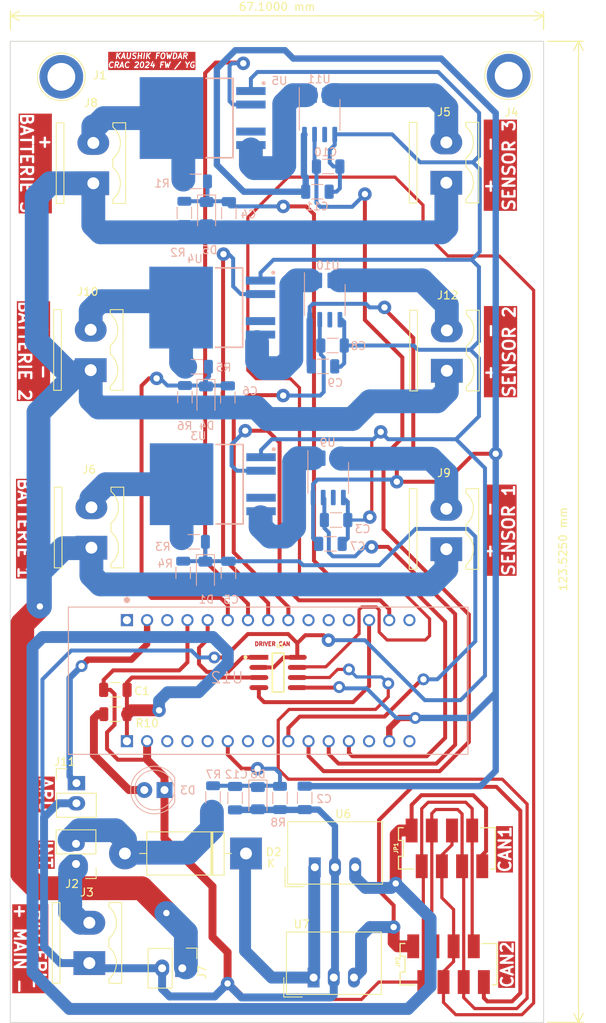
<source format=kicad_pcb>
(kicad_pcb (version 20221018) (generator pcbnew)
  (layers (0 "F.Cu" signal) (31 "B.Cu" signal) (34 "B.Paste" user) (35 "F.Paste" user) (36 "B.SilkS" user "B.Silkscreen") (37 "F.SilkS" user "F.Silkscreen") (38 "B.Mask" user) (39 "F.Mask" user) (44 "Edge.Cuts" user))
  (net 0 "")
  (net 1 "+5V")
  (net 2 "GND")
  (net 3 "Cap_courant1")
  (net 4 "VBat_3")
  (net 5 "VBat_1")
  (net 6 "VBat_2")
  (net 7 "+3.3V")
  (net 8 "Cap_courant2")
  (net 9 "Cap_courant3")
  (net 10 "Net-(D2-K)")
  (net 11 "Net-(D3-A)")
  (net 12 "GNDPWR")
  (net 15 "txd")
  (net 16 "rxd")
  (net 17 "Net-(J5-Pin_2)")
  (net 18 "Entrée_µBat1")
  (net 19 "Net-(D2-A)")
  (net 20 "Entrée_µBat2")
  (net 21 "+BAT_ELEC")
  (net 22 "Net-(J6-Pin_2)")
  (net 23 "Entrée_µBat3")
  (net 24 "ARU")
  (net 25 "Net-(J9-Pin_2)")
  (net 26 "Net-(J10-Pin_2)")
  (net 27 "Net-(J12-Pin_2)")
  (net 28 "Net-(U3-OUT)")
  (net 29 "VBat_main")
  (net 30 "Net-(U4-OUT)")
  (net 31 "Net-(U5-OUT)")
  (net 36 "/+5V_CAN2")
  (net 46 "Net-(J8-Pin_2)")
  (net 53 "CAN_L")
  (net 54 "CAN_H")
  (footprint "FootprintGamelGe2_v6:Autocom2" (layer "F.Cu") (at 121.15 124.1185)
    (fp_text reference "J11")
    (fp_text value "Autocom2")
  )
  (footprint "Converter_DCDC:Converter_DCDC_TRACO_TSR-1_THT" (layer "F.Cu") (at 151.1534 134.7131)
    (fp_text reference "U6")
    (fp_text value "TSR_1-2450")
  )
  (footprint "FootprintGamelGe2_v6:OmnimateSL-5,08_1x02_P5.08mm_Vertical" (layer "F.Cu") (at 123.035 94.4775 90)
    (fp_text reference "J6")
    (fp_text value "Omnimate2")
  )
  (footprint "FootprintGamelGe2_v6:OmnimateSL-5,08_1x02_P5.08mm_Vertical" (layer "F.Cu") (at 122.775 146.775 90)
    (fp_text reference "J3")
    (fp_text value "Omnimate2")
  )
  (footprint "FootprintGamelGe2_v6:OmnimateSL-5,08_1x02_P5.08mm_Vertical" (layer "F.Cu") (at 122.9474 72.1258 90)
    (fp_text reference "J10")
    (fp_text value "Omnimate2")
  )
  (footprint "FootprintGamelGe2_v6:OmnimateSL-5,08_1x02_P5.08mm_Vertical" (layer "F.Cu") (at 167.7084 48.5381 90)
    (fp_text reference "J5")
    (fp_text value "Omnimate2")
  )
  (footprint "micromatch 8P.PcbLib:MM 8 CMS F" (layer "F.Cu") (at 163.5434 144.6631 180)
    (fp_text reference "JP2")
    (fp_text value "Micromatch 8 Capt 2" hide)
  )
  (footprint "FootprintGamelGe2_v6:OmnimateSL-5,08_1x02_P5.08mm_Vertical" (layer "F.Cu") (at 123.275 48.60065 90)
    (fp_text reference "J8")
    (fp_text value "Omnimate2")
  )
  (footprint "FootprintGamelGe2_v6:Autocom2" (layer "F.Cu") (at 134.4746 147.4253 -90)
    (fp_text reference "J7")
    (fp_text value "Autocom2")
  )
  (footprint "C:_ProgramData_Altium_Altium Designer {91CCA5E7-F8A9-4A8E-AA86-1D88F44FA42C}_VaultsFileCache_B7D15EC3-160A-466F-A46C-7801FE6295A7_FB88017A-93AF-48E0-A4ED-AC0901C9B691_Released_FP-C04-057-SN-IPC_A.PcbLib_FP-C04-057-SN-IPC_A" (layer "F.Cu") (at 146.5334 110.1881)
    (fp_text reference "U1")
    (fp_text value "MCP2562FDT-E/SN" hide)
  )
  (footprint "Resistor_SMD:R_1206_3216Metric" (layer "F.Cu") (at 126.06 115.4375 180)
    (fp_text reference "R10")
    (fp_text value "680")
  )
  (footprint "micromatch 8P.PcbLib:MM 8 CMS F" (layer "F.Cu") (at 163.340199 130.0835 180)
    (fp_text reference "JP1")
    (fp_text value "Micromatch 8 Capt 1" hide)
  )
  (footprint "Converter_DCDC:Converter_DCDC_TRACO_TSR-1_THT" (layer "F.Cu") (at 151.0009 148.5956)
    (fp_text reference "U7")
    (fp_text value "TSR_1-2450")
  )
  (footprint "Capacitor_SMD:C_1206_3216Metric" (layer "F.Cu") (at 126.05 112.375 180)
    (fp_text reference "C1")
    (fp_text value "100nF")
  )
  (footprint "FootprintGamelGe2_v6:Mounting_Screw_3mm" (layer "F.Cu") (at 175.55 35.05)
    (fp_text reference "J4")
    (fp_text value "Mounting_Screw_3mm")
  )
  (footprint "FootprintGamelGe2_v6:OmnimateSL-5,08_1x02_P5.08mm_Vertical" (layer "F.Cu") (at 167.7724 72.2008 90)
    (fp_text reference "J12")
    (fp_text value "Omnimate2")
  )
  (footprint "FootprintGamelGe2_v6:Mounting_Screw_3mm" (layer "F.Cu") (at 119.25 35.2)
    (fp_text reference "J1")
    (fp_text value "Mounting_Screw_3mm")
  )
  (footprint "FootprintGamelGe2_v6:OmnimateSL-5,08_1x02_P5.08mm_Vertical" (layer "F.Cu") (at 167.71 94.6625 90)
    (fp_text reference "J9")
    (fp_text value "Omnimate2")
  )
  (footprint "FootprintGamelGe2_v6:Autocom2" (layer "F.Cu") (at 121.1 134.3 180)
    (fp_text reference "J2")
    (fp_text value "Autocom2")
  )
  (footprint "FootprintGamelGe2_v6:D_DO-201AD_P15.24mm_Horizontal" (layer "F.Cu") (at 142.495 132.975 180)
    (fp_text reference "D2")
    (fp_text value "UF304")
  )
  (footprint "Capacitor_SMD:C_1206_3216Metric" (layer "B.Cu") (at 140.285 97.6625 -90)
    (fp_text reference "C5")
    (fp_text value "100n")
  )
  (footprint "Capacitor_SMD:C_1206_3216Metric" (layer "B.Cu") (at 149.8834 125.9777 -90)
    (fp_text reference "C2")
    (fp_text value "100nF")
  )
  (footprint "Capacitor_SMD:C_1206_3216Metric" (layer "B.Cu") (at 153.3868 69.0252)
    (fp_text reference "C8")
    (fp_text value "0.1µ")
  )
  (footprint "Capacitor_SMD:C_1206_3216Metric" (layer "B.Cu") (at 152.8334 46.4881)
    (fp_text reference "C10")
    (fp_text value "0.1µ")
  )
  (footprint "Capacitor_SMD:C_1206_3216Metric" (layer "B.Cu") (at 140.2024 75.5758 -90)
    (fp_text reference "C6")
    (fp_text value "100n")
  )
  (footprint "Resistor_SMD:R_1206_3216Metric" (layer "B.Cu") (at 134.7334 52.3256 -90)
    (fp_text reference "R2")
    (fp_text value "10K")
  )
  (footprint "FootprintGamelGe2_v6:LED_D5.0mm_green" (layer "B.Cu") (at 132.2334 124.9881 180)
    (fp_text reference "D3")
    (fp_text value "LED5mm_green")
  )
  (footprint "BTS441RG:TO170P1500X450-6_5N" (layer "B.Cu") (at 138.1084 40.3881 180)
    (fp_text reference "U5")
    (fp_text value "BTS441RG")
  )
  (footprint "Resistor_SMD:R_1206_3216Metric" (layer "B.Cu") (at 136.3024 71.7008)
    (fp_text reference "R5")
    (fp_text value "100K")
  )
  (footprint "Capacitor_SMD:C_1206_3216Metric" (layer "B.Cu") (at 140.3334 52.3881 -90)
    (fp_text reference "C4")
    (fp_text value "100n")
  )
  (footprint "Capacitor_SMD:C_1206_3216Metric" (layer "B.Cu") (at 153.1214 93.9949)
    (fp_text reference "C7")
    (fp_text value "0.1µ")
  )
  (footprint "Package_SO:SOIC-8_3.9x4.9mm_P1.27mm" (layer "B.Cu") (at 152.4118 63.3002 -90)
    (fp_text reference "U10")
    (fp_text value "ACS711xLCTR-25AB")
  )
  (footprint "BTS441RG:TO170P1500X450-6_5N" (layer "B.Cu") (at 139.385 86.4875 180)
    (fp_text reference "U3")
    (fp_text value "BTS441RG")
  )
  (footprint "Resistor_SMD:R_1206_3216Metric" (layer "B.Cu") (at 134.585 97.6375 -90)
    (fp_text reference "R4")
    (fp_text value "10K")
  )
  (footprint "Diode_SMD:D_1206_3216Metric" (layer "B.Cu") (at 137.4524 75.5758 -90)
    (fp_text reference "D4")
    (fp_text value "1N4004")
  )
  (footprint "Capacitor_SMD:C_1206_3216Metric" (layer "B.Cu") (at 153.8326 90.9977)
    (fp_text reference "C3")
    (fp_text value "0.1µ")
  )
  (footprint "NUCLEO-F303K8:MODULE_NUCLEO-F303K8" (layer "B.Cu") (at 145.285 111.22 -90)
    (fp_text reference "U12")
    (fp_text value "NUCLEO-F303K8")
  )
  (footprint "Resistor_SMD:R_1206_3216Metric" (layer "B.Cu") (at 138.3448 125.9125 90)
    (fp_text reference "R7")
    (fp_text value "100K")
  )
  (footprint "Resistor_SMD:R_1206_3216Metric" (layer "B.Cu") (at 135.9225 93.7375)
    (fp_text reference "R3")
    (fp_text value "100K")
  )
  (footprint "Resistor_SMD:R_1206_3216Metric" (layer "B.Cu") (at 146.7698 125.9875 -90)
    (fp_text reference "R8")
    (fp_text value "10K")
  )
  (footprint "Diode_SMD:D_1206_3216Metric" (layer "B.Cu") (at 137.385 97.6375 -90)
    (fp_text reference "D1")
    (fp_text value "1N4004")
  )
  (footprint "Resistor_SMD:R_1206_3216Metric" (layer "B.Cu") (at 136.1834 48.3631)
    (fp_text reference "R1")
    (fp_text value "100K")
  )
  (footprint "Capacitor_SMD:C_1206_3216Metric" (layer "B.Cu") (at 152.1868 71.6502)
    (fp_text reference "C9")
    (fp_text value "0.1µ")
  )
  (footprint "Diode_SMD:D_1206_3216Metric" (layer "B.Cu") (at 137.5334 52.3631 -90)
    (fp_text reference "D5")
    (fp_text value "1N4004")
  )
  (footprint "Capacitor_SMD:C_1206_3216Metric" (layer "B.Cu") (at 141.1198 126.0125 -90)
    (fp_text reference "C12")
    (fp_text value "10µF")
  )
  (footprint "Resistor_SMD:R_1206_3216Metric" (layer "B.Cu") (at 134.8024 75.5258 -90)
    (fp_text reference "R6")
    (fp_text value "10K")
  )
  (footprint "Package_SO:SOIC-8_3.9x4.9mm_P1.27mm" (layer "B.Cu") (at 151.7584 39.9881 -90)
    (fp_text reference "U11")
    (fp_text value "ACS711xLCTR-25AB")
  )
  (footprint "Package_SO:SOIC-8_3.9x4.9mm_P1.27mm" (layer "B.Cu") (at 152.842 85.6875 -90)
    (fp_text reference "U9")
    (fp_text value "ACS711xLCTR-25AB")
  )
  (footprint "Capacitor_SMD:C_1206_3216Metric" (layer "B.Cu") (at 151.4834 49.6631)
    (fp_text reference "C11")
    (fp_text value "0.1µ")
  )
  (footprint "Diode_SMD:D_1206_3216Metric" (layer "B.Cu") (at 143.9948 126.0125 -90)
    (fp_text reference "D6")
    (fp_text value "1N4004")
  )
  (footprint "BTS441RG:TO170P1500X450-6_5N" (layer "B.Cu") (at 139.3224 64.2508 180)
    (fp_text reference "U4")
    (fp_text value "BTS441RG")
  )
  (gr_rect (start 112.825 30.725) (end 179.95 154.25) (stroke (width 0.1)) (fill none) (layer "Edge.Cuts"))
  (gr_text "CAN2" (at 175.375 146.975 90) (layer "F.Cu" knockout) (effects (font (size 1.5 1.5) (thickness 0.3))))
  (gr_text "+   -\nSENSOR 1" (at 174.35 92.275 90) (layer "F.Cu" knockout) (effects (font (size 1.5 1.5) (thickness 0.3))))
  (gr_text "BATTERIE\n+ MAIN -" (at 115.275 144.975 270) (layer "F.Cu" knockout) (effects (font (size 1.5 1.5) (thickness 0.3))))
  (gr_text "+   -\nBATTERIE 2" (at 115.85 69.7 270) (layer "F.Cu" knockout) (effects (font (size 1.5 1.5) (thickness 0.3))))
  (gr_text "INT" (at 117.275 133.025 270) (layer "F.Cu" knockout) (effects (font (size 1.5 1.5) (thickness 0.3))))
  (gr_text "+   -\nBATTERIE 1" (at 115.75 92.05 270) (layer "F.Cu" knockout) (effects (font (size 1.5 1.5) (thickness 0.3))))
  (gr_text "ARU" (at 117.3 125.65 270) (layer "F.Cu" knockout) (effects (font (size 1.5 1.5) (thickness 0.3))))
  (gr_text "+   -\nSENSOR 3" (at 174.4 46.325 90) (layer "F.Cu" knockout) (effects (font (size 1.5 1.5) (thickness 0.3))))
  (gr_text "CAN1" (at 175.1 132.45 90) (layer "F.Cu" knockout) (effects (font (size 1.5 1.5) (thickness 0.3))))
  (gr_text "KAUSHIK FOWDAR\nCRAC 2024 FW / YG" (at 130.6 33.15) (layer "F.Cu" knockout) (effects (font (size 0.7 0.7) (thickness 0.15) bold italic)))
  (gr_text "DRIVER CAN" (at 145.825 106.6) (layer "F.Cu") (effects (font (size 0.5 0.5) (thickness 0.125))))
  (gr_text "+   -\nSENSOR 2" (at 174.425 69.8 90) (layer "F.Cu" knockout) (effects (font (size 1.5 1.5) (thickness 0.3))))
  (gr_text "+   -\nBATTERIE 3" (at 116.075 46.075 270) (layer "F.Cu" knockout) (effects (font (size 1.5 1.5) (thickness 0.3))))
  (dimension (type aligned) (layer "F.SilkS") (pts (xy 179.95 30.725) (xy 179.95 154.25)) (height -4.4) (gr_text "123,5250 mm" (at 182.4 94.65 90) (layer "F.SilkS") (effects (font (size 1 1) (thickness 0.15)))) (format (prefix "") (suffix "") (units 3) (units_format 1) (precision 4)) (style (thickness 0.15) (arrow_length 1.27) (text_position_mode 2) (extension_height 0.58642) (extension_offset 0.5) keep_text_aligned))
  (dimension (type aligned) (layer "F.SilkS") (pts (xy 112.85 29.725) (xy 179.95 29.725)) (height -2.2) (gr_text "67,1000 mm" (at 146.4 26.375) (layer "F.SilkS") (effects (font (size 1 1) (thickness 0.15)))) (format (prefix "") (suffix "") (units 3) (units_format 1) (precision 4)) (style (thickness 0.15) (arrow_length 1.27) (text_position_mode 0) (extension_height 0.58642) (extension_offset 0.5) keep_text_aligned))
  (segment (start 171.095599 125.6381) (end 164.5666 125.6381) (width 0.5) (layer "F.Cu") (net 1))
  (segment (start 161.337199 130.602701) (end 161.8564 130.0835) (width 1.5) (layer "F.Cu") (net 1))
  (segment (start 127.505 111.445) (end 128.1269 110.8231) (width 0.5) (layer "F.Cu") (net 1))
  (segment (start 128.1269 110.8231) (end 144.115868 110.8231) (width 0.5) (layer "F.Cu") (net 1))
  (segment (start 163.340199 126.864501) (end 163.340199 130.0835) (width 0.5) (layer "F.Cu") (net 1))
  (segment (start 172.230199 134.583501) (end 172.230199 133.174501) (width 0.5) (layer "F.Cu") (net 1))
  (segment (start 161.337199 136.753101) (end 161.337199 130.602701) (width 1.5) (layer "F.Cu") (net 1))
  (segment (start 161.8564 130.0835) (end 163.340199 130.0835) (width 1.5) (layer "F.Cu") (net 1))
  (segment (start 172.230199 133.174501) (end 172.7084 132.6963) (width 0.5) (layer "F.Cu") (net 1))
  (segment (start 164.5666 125.6381) (end 163.340199 126.864501) (width 0.5) (layer "F.Cu") (net 1))
  (segment (start 128.01 114.95) (end 127.5225 115.4375) (width 1.5) (layer "F.Cu") (net 1))
  (segment (start 127.505 118.84) (end 127.505 111.445) (width 0.5) (layer "F.Cu") (net 1))
  (segment (start 131.55 114.95) (end 128.01 114.95) (width 1.5) (layer "F.Cu") (net 1))
  (segment (start 172.7084 127.250901) (end 171.095599 125.6381) (width 0.5) (layer "F.Cu") (net 1))
  (segment (start 127.5725 115.3875) (end 127.5225 115.4375) (width 0.5) (layer "F.Cu") (net 1))
  (segment (start 172.7084 132.6963) (end 172.7084 127.250901) (width 0.5) (layer "F.Cu") (net 1))
  (via (at 131.55 114.95) (size 1.7) (drill 0.8) (layers "F.Cu" "B.Cu") (net 1))
  (via (at 161.337199 136.753101) (size 1.7) (drill 0.8) (layers "F.Cu" "B.Cu") (net 1))
  (segment (start 140.2 107.595836) (end 140.2 109.004164) (width 1.5) (layer "B.Cu") (net 1))
  (segment (start 132.625 112.675) (end 131.55 113.75) (width 1.5) (layer "B.Cu") (net 1))
  (segment (start 156.2334 136.021702) (end 156.2334 134.7131) (width 1.5) (layer "B.Cu") (net 1))
  (segment (start 165.725 141.140902) (end 165.725 149.725) (width 1.5) (layer "B.Cu") (net 1))
  (segment (start 162.9 152.55) (end 120.25 152.55) (width 1.5) (layer "B.Cu") (net 1))
  (segment (start 165.725 149.725) (end 162.9 152.55) (width 1.5) (layer "B.Cu") (net 1))
  (segment (start 120.25 152.55) (end 115.6246 147.9246) (width 1.5) (layer "B.Cu") (net 1))
  (segment (start 140.2 109.004164) (end 136.529164 112.675) (width 1.5) (layer "B.Cu") (net 1))
  (segment (start 160.778399 137.311901) (end 157.523599 137.311901) (width 1.5) (layer "B.Cu") (net 1))
  (segment (start 157.523599 137.311901) (end 156.2334 136.021702) (width 1.5) (layer "B.Cu") (net 1))
  (segment (start 116.9 105.725) (end 138.329164 105.725) (width 1.5) (layer "B.Cu") (net 1))
  (segment (start 131.55 113.75) (end 131.55 114.95) (width 1.5) (layer "B.Cu") (net 1))
  (segment (start 161.337199 136.753101) (end 165.725 141.140902) (width 1.5) (layer "B.Cu") (net 1))
  (segment (start 136.529164 112.675) (end 132.625 112.675) (width 1.5) (layer "B.Cu") (net 1))
  (segment (start 138.329164 105.725) (end 140.2 107.595836) (width 1.5) (layer "B.Cu") (net 1))
  (segment (start 115.6246 107.0004) (end 116.9 105.725) (width 1.5) (layer "B.Cu") (net 1))
  (segment (start 115.6246 147.9246) (end 115.6246 107.0004) (width 1.5) (layer "B.Cu") (net 1))
  (segment (start 161.337199 136.753101) (end 160.778399 137.311901) (width 1.5) (layer "B.Cu") (net 1))
  (segment (start 130.045 121.17) (end 130.045 118.84) (width 1) (layer "F.Cu") (net 2))
  (segment (start 124.575 112.375) (end 125.425 112.375) (width 0.5) (layer "F.Cu") (net 2))
  (segment (start 138.275 143.5) (end 140.175 145.4) (width 1) (layer "F.Cu") (net 2))
  (segment (start 164.610199 127.339801) (end 165.425 126.525) (width 0.4) (layer "F.Cu") (net 2))
  (segment (start 164.8134 149.163101) (end 159.211899 149.163101) (width 0.4) (layer "F.Cu") (net 2))
  (segment (start 132.2334 124.9881) (end 132.2334 123.3584) (width 1) (layer "F.Cu") (net 2))
  (segment (start 125 119.8) (end 126.37 121.17) (width 0.5) (layer "F.Cu") (net 2))
  (segment (start 134.1 109.925) (end 135.125 108.9) (width 0.5) (layer "F.Cu") (net 2))
  (segment (start 125.95 116.775) (end 125 117.725) (width 0.5) (layer "F.Cu") (net 2))
  (segment (start 124.575 111.125) (end 125.775 109.925) (width 0.5) (layer "F.Cu") (net 2))
  (segment (start 165.425 126.525) (end 170.15 126.525) (width 0.4) (layer "F.Cu") (net 2))
  (segment (start 139.775 108.3) (end 142.725 105.35) (width 0.5) (layer "F.Cu") (net 2))
  (segment (start 132.2334 124.9881) (end 132.2334 131.0834) (width 1) (layer "F.Cu") (net 2))
  (segment (start 138.5 108.3) (end 139.775 108.3) (width 0.5) (layer "F.Cu") (net 2))
  (segment (start 147.8 105.35) (end 148.950931 106.500931) (width 0.5) (layer "F.Cu") (net 2))
  (segment (start 158.075 90.625) (end 158.325 90.375) (width 0.4) (layer "F.Cu") (net 2))
  (segment (start 170.15 126.525) (end 170.960199 127.335199) (width 0.4) (layer "F.Cu") (net 2))
  (segment (start 164.8134 149.163101) (end 164.8134 134.786702) (width 0.4) (layer "F.Cu") (net 2))
  (segment (start 132.2334 123.3584) (end 130.045 121.17) (width 1) (layer "F.Cu") (net 2))
  (segment (start 132.2334 131.0834) (end 138.275 137.125) (width 1) (layer "F.Cu") (net 2))
  (segment (start 159.211899 149.163101) (end 157.025 151.35) (width 0.4) (layer "F.Cu") (net 2))
  (segment (start 152.875 106.125) (end 152.25 105.5) (width 0.5) (layer "F.Cu") (net 2))
  (segment (start 145.9684 109.5531) (end 147.2384 108.2831) (width 0.5) (layer "F.Cu") (net 2))
  (segment (start 125.95 112.9) (end 125.95 116.775) (width 0.5) (layer "F.Cu") (net 2))
  (segment (start 170.960199 127.335199) (end 170.960199 130.0835) (width 0.4) (layer "F.Cu") (net 2))
  (segment (start 148.950931 106.500931) (end 148.950931 108.2831) (width 0.5) (layer "F.Cu") (net 2))
  (segment (start 142.625 151.35) (end 140.625 149.35) (width 0.4) (layer "F.Cu") (net 2))
  (segment (start 144.115868 109.5531) (end 145.9684 109.5531) (width 0.5) (layer "F.Cu") (net 2))
  (segment (start 126.37 121.17) (end 130.045 121.17) (width 0.5) (layer "F.Cu") (net 2))
  (segment (start 170.960199 144.459899) (end 171.1634 144.6631) (width 0.4) (layer "F.Cu") (net 2))
  (segment (start 147.2384 108.2831) (end 148.950931 108.2831) (width 0.5) (layer "F.Cu") (net 2))
  (segment (start 157.025 151.35) (end 142.625 151.35) (width 0.4) (layer "F.Cu") (net 2))
  (segment (start 125 117.725) (end 125 119.8) (width 0.5) (layer "F.Cu") (net 2))
  (segment (start 138.275 137.125) (end 138.275 143.5) (width 1) (layer "F.Cu") (net 2))
  (segment (start 170.960199 130.0835) (end 170.960199 144.459899) (width 0.4) (layer "F.Cu") (net 2))
  (segment (start 142.725 105.35) (end 147.8 105.35) (width 0.5) (layer "F.Cu") (net 2))
  (segment (start 125.775 109.925) (end 134.1 109.925) (width 0.5) (layer "F.Cu") (net 2))
  (segment (start 164.8134 134.786702) (end 164.610199 134.583501) (width 0.4) (layer "F.Cu") (net 2))
  (segment (start 152.25 105.5) (end 149.951862 105.5) (width 0.5) (layer "F.Cu") (net 2))
  (segment (start 158.325 90.375) (end 158.325 81.025) (width 0.4) (layer "F.Cu") (net 2))
  (segment (start 140.175 145.4) (end 140.175 149.35) (width 1) (layer "F.Cu") (net 2))
  (segment (start 164.610199 134.583501) (end 164.610199 127.339801) (width 0.4) (layer "F.Cu") (net 2))
  (segment (start 158.325 81.025) (end 159.45 79.9) (width 0.4) (layer "F.Cu") (net 2))
  (segment (start 140.625 149.35) (end 140.175 149.35) (width 0.4) (layer "F.Cu") (net 2))
  (segment (start 124.575 112.375) (end 124.575 111.125) (width 0.5) (layer "F.Cu") (net 2))
  (segment (start 125.425 112.375) (end 125.95 112.9) (width 0.5) (layer "F.Cu") (net 2))
  (segment (start 149.951862 105.5) (end 148.950931 106.500931) (width 0.5) (layer "F.Cu") (net 2))
  (segment (start 135.125 108.9) (end 135.125 103.6) (width 0.5) (layer "F.Cu") (net 2))
  (via (at 158.075 90.625) (size 1.7) (drill 0.8) (layers "F.Cu" "B.Cu") (net 2))
  (via (at 159.45 79.9) (size 1.7) (drill 0.8) (layers "F.Cu" "B.Cu") (net 2))
  (via (at 140.175 149.35) (size 1.7) (drill 0.8) (layers "F.Cu" "B.Cu") (net 2))
  (via (at 152.875 106.125) (size 1.7) (drill 0.8) (layers "F.Cu" "B.Cu") (net 2))
  (via (at 138.5 108.3) (size 1.5) (drill 0.8) (layers "F.Cu" "B.Cu") (net 2))
  (segment (start 164.4084 45.9631) (end 171.0584 45.9631) (width 0.5) (layer "B.Cu") (net 2))
  (segment (start 154.8618 71.2502) (end 154.4118 71.7002) (width 0.5) (layer "B.Cu") (net 2))
  (segment (start 168.9329 80.825) (end 171.8158 77.9421) (width 0.5) (layer "B.Cu") (net 2))
  (segment (start 160.375 80.825) (end 168.9329 80.825) (width 0.5) (layer "B.Cu") (net 2))
  (segment (start 160.8834 42.4381) (end 164.4084 45.9631) (width 0.5) (layer "B.Cu") (net 2))
  (segment (start 154.3932 93.6901) (end 154.3932 93.7917) (width 0.5) (layer "B.Cu") (net 2))
  (segment (start 123.1903 146.775) (end 123.8406 147.4253) (width 1) (layer "B.Cu") (net 2))
  (segment (start 149.8834 127.4527) (end 151.6277 127.4527) (width 0.8) (layer "B.Cu") (net 2))
  (segment (start 172.575 84.4671) (end 172.575 110.6) (width 0.5) (layer "B.Cu") (net 2))
  (segment (start 153.5084 46.4881) (end 154.3084 46.4881) (width 0.5) (layer "B.Cu") (net 2))
  (segment (start 157.7023 90.9977) (end 155.3076 90.9977) (width 0.4) (layer "B.Cu") (net 2))
  (segment (start 145.9586 58.2317) (end 144.3224 59.8679) (width 0.5) (layer "B.Cu") (net 2))
  (segment (start 171.8158 77.9421) (end 171.8158 70.6269) (width 0.5) (layer "B.Cu") (net 2))
  (segment (start 155.3076 88.7231) (end 154.747 88.1625) (width 0.5) (layer "B.Cu") (net 2))
  (segment (start 170.9014 58.2317) (end 171.9174 57.2157) (width 0.5) (layer "B.Cu") (net 2))
  (segment (start 153.5409 150.7841) (end 153.5409 148.5956) (width 1) (layer "B.Cu") (net 2))
  (segment (start 172.575 110.6) (end 169.5 113.675) (width 0.5) (layer "B.Cu") (net 2))
  (segment (start 168.5646 58.2317) (end 145.9586 58.2317) (width 0.5) (layer "B.Cu") (net 2))
  (segment (start 154.8618 66.051) (end 154.8618 71.2502) (width 0.5) (layer "B.Cu") (net 2))
  (segment (start 153.5409 148.5956) (end 153.6934 148.4431) (width 1) (layer "B.Cu") (net 2))
  (segment (start 151.6277 127.4527) (end 153.6934 129.5184) (width 0.8) (layer "B.Cu") (net 2))
  (segment (start 170.749 69.5601) (end 171.8158 68.4933) (width 0.5) (layer "B.Cu") (net 2))
  (segment (start 140.175 149.35) (end 141.925 151.1) (width 1) (layer "B.Cu") (net 2))
  (segment (start 168.9329 80.825) (end 172.575 84.4671) (width 0.5) (layer "B.Cu") (net 2))
  (segment (start 153.6634 42.4631) (end 153.6634 43.7705) (width 0.5) (layer "B.Cu") (net 2))
  (segment (start 153.6934 129.5184) (end 153.6934 134.7131) (width 0.8) (layer "B.Cu") (net 2))
  (segment (start 117.0746 144.7253) (end 119.1243 146.775) (width 1) (layer "B.Cu") (net 2))
  (segment (start 116.875 111.05) (end 116.875 128.4754) (width 0.5) (layer "B.Cu") (net 2))
  (segment (start 154.586 65.7752) (end 154.8618 66.051) (width 0.5) (layer "B.Cu") (net 2))
  (segment (start 143.9334 34.5881) (end 143.1084 35.4131) (width 0.5) (layer "B.Cu") (net 2))
  (segment (start 138.55 150.975) (end 140.175 149.35) (width 1) (layer "B.Cu") (net 2))
  (segment (start 154.5964 93.9949) (end 155.3076 93.2837) (width 0.5) (layer "B.Cu") (net 2))
  (segment (start 171.8334 45.1881) (end 171.8334 39.7334) (width 0.5) (layer "B.Cu") (net 2))
  (segment (start 171.9174 57.2157) (end 171.9174 46.8221) (width 0.5) (layer "B.Cu") (net 2))
  (segment (start 121.15 126.6585) (end 118.8414 126.6585) (width 1) (layer "B.Cu") (net 2))
  (segment (start 168.5646 58.2317) (end 170.9014 58.2317) (width 0.5) (layer "B.Cu") (net 2))
  (segment (start 158.525 80.825) (end 145.75 80.825) (width 0.5) (layer "B.Cu") (net 2))
  (segment (start 171.0584 45.9631) (end 171.8334 45.1881) (width 0.5) (layer "B.Cu") (net 2))
  (segment (start 171.8334 39.7334) (end 166.6881 34.5881) (width 0.5) (layer "B.Cu") (net 2))
  (segment (start 149.8486 127.4875) (end 149.8834 127.4527) (width 0.8) (layer "B.Cu") (net 2))
  (segment (start 153.6934 148.4431) (end 153.6934 134.7131) (width 1) (layer "B.Cu") (net 2))
  (segment (start 141.1198 127.4875) (end 149.8486 127.4875) (width 0.8) (layer "B.Cu") (net 2))
  (segment (start 153.6634 42.4631) (end 153.6884 42.4381) (width 0.5) (layer "B.Cu") (net 2))
  (segment (start 135.625 107.425) (end 120.5 107.425) (width 0.5) (layer "B.Cu") (net 2))
  (segment (start 169.5 113.675) (end 165 113.675) (width 0.5) (layer "B.Cu") (net 2))
  (segment (start 145.75 80.825) (end 144.385 82.19) (width 0.5) (layer "B.Cu") (net 2))
  (segment (start 120.5 107.425) (end 116.875 111.05) (width 0.5) (layer "B.Cu") (net 2))
  (segment (start 154.3168 65.7752) (end 154.586 65.7752) (width 0.5) (layer "B.Cu") (net 2))
  (segment (start 171.8158 59.1461) (end 170.9014 58.2317) (width 0.5) (layer "B.Cu") (net 2))
  (segment (start 138.5 108.3) (end 136.5 108.3) (width 0.5) (layer "B.Cu") (net 2))
  (segment (start 118.8414 126.6585) (end 117.0746 128.4253) (width 1) (layer "B.Cu") (net 2))
  (segment (start 154.3084 49.2381) (end 154.3084 46.4881) (width 0.5) (layer "B.Cu") (net 2))
  (segment (start 141.925 151.1) (end 153.225 151.1) (width 1) (layer "B.Cu") (net 2))
  (segment (start 143.1084 35.4131) (end 143.1084 36.9881) (width 0.5) (layer "B.Cu") (net 2))
  (segment (start 123.8406 147.4253) (end 131.9346 147.4253) (width 1) (layer "B.Cu") (net 2))
  (segment (start 154.4118 71.7002) (end 153.6118 71.7002) (width 0.5) (layer "B.Cu") (net 2))
  (segment (start 171.8158 68.4933) (end 171.8158 59.1461) (width 0.5) (layer "B.Cu") (net 2))
  (segment (start 153.6634 43.7705) (end 153.0334 44.4005) (width 0.5) (layer "B.Cu") (net 2))
  (segment (start 165 113.675) (end 157.45 106.125) (width 0.5) (layer "B.Cu") (net 2))
  (segment (start 153.0334 44.4005) (end 153.0334 46.0131) (width 0.5) (layer "B.Cu") (net 2))
  (segment (start 157.45 106.125) (end 152.875 106.125) (width 0.5) (layer "B.Cu") (net 2))
  (segment (start 131.9346 147.4253) (end 131.9346 150.0346) (width 1) (layer "B.Cu") (net 2))
  (segment (start 155.3076 93.2837) (end 155.3076 88.7231) (width 0.5) (layer "B.Cu") (net 2))
  (segment (start 159.45 79.9) (end 158.525 80.825) (width 0.5) (layer "B.Cu") (net 2))
  (segment (start 154.3932 93.7917) (end 154.5964 93.9949) (width 0.5) (layer "B.Cu") (net 2))
  (segment (start 144.3224 59.8679) (end 144.3224 60.8508) (width 0.5) (layer "B.Cu") (net 2))
  (segment (start 117.0746 128.675) (end 117.0746 144.7253) (width 1) (layer "B.Cu") (net 2))
  (segment (start 132.875 150.975) (end 138.55 150.975) (width 1) (layer "B.Cu") (net 2))
  (segment (start 163.6101 69.0252) (end 164.145 69.5601) (width 0.5) (layer "B.Cu") (net 2))
  (segment (start 116.875 128.4754) (end 117.0746 128.675) (width 0.5) (layer "B.Cu") (net 2))
  (segment (start 171.9174 46.8221) (end 171.0584 45.9631) (width 0.5) (layer "B.Cu") (net 2))
  (segment (start 171.8158 70.6269) (end 170.749 69.5601) (width 0.5) (layer "B.Cu") (net 2))
  (segment (start 152.9584 49.6631) (end 153.8834 49.6631) (width 0.5) (layer "B.Cu") (net 2))
  (segment (start 119.1243 146.775) (end 123.1903 146.775) (width 1) (layer "B.Cu") (net 2))
  (segment (start 136.5 108.3) (end 135.625 107.425) (width 0.5) (layer "B.Cu") (net 2))
  (segment (start 117.0746 128.4253) (end 117.0746 128.675) (width 1) (layer "B.Cu") (net 2))
  (segment (start 164.145 69.5601) (end 170.749 69.5601) (width 0.5) (layer "B.Cu") (net 2))
  (segment (start 166.6881 34.5881) (end 143.9334 34.5881) (width 0.5) (layer "B.Cu") (net 2))
  (segment (start 154.8618 69.0252) (end 163.6101 69.0252) (width 0.5) (layer "B.Cu") (net 2))
  (segment (start 153.8834 49.6631) (end 154.3084 49.2381) (width 0.5) (layer "B.Cu") (net 2))
  (segment (start 158.075 90.625) (end 157.7023 90.9977) (width 0.4) (layer "B.Cu") (net 2))
  (segment (start 153.0334 46.0131) (end 153.5084 46.4881) (width 0.5) (layer "B.Cu") (net 2))
  (segment (start 153.225 151.1) (end 153.5409 150.7841) (width 1) (layer "B.Cu") (net 2))
  (segment (start 153.6884 42.4381) (end 160.8834 42.4381) (width 0.5) (layer "B.Cu") (net 2))
  (segment (start 131.9346 150.0346) (end 132.875 150.975) (width 1) (layer "B.Cu") (net 2))
  (segment (start 144.385 82.19) (end 144.385 83.0875) (width 0.5) (layer "B.Cu") (net 2))
  (segment (start 159.45 79.9) (end 160.375 80.825) (width 0.5) (layer "B.Cu") (net 2))
  (segment (start 154.1334 121.6631) (end 152.905 120.4347) (width 0.5) (layer "F.Cu") (net 3))
  (segment (start 158.3 94.375) (end 160.3595 94.375) (width 0.5) (layer "F.Cu") (net 3))
  (segment (start 166.4488 121.6631) (end 154.1334 121.6631) (width 0.5) (layer "F.Cu") (net 3))
  (segment (start 168.8186 102.8341) (end 168.8186 119.2933) (width 0.5) (layer "F.Cu") (net 3))
  (segment (start 152.905 120.4347) (end 152.905 118.84) (width 0.5) (layer "F.Cu") (net 3))
  (segment (start 168.8186 119.2933) (end 166.4488 121.6631) (width 0.5) (layer "F.Cu") (net 3))
  (segment (start 160.3595 94.375) (end 168.8186 102.8341) (width 0.5) (layer "F.Cu") (net 3))
  (via (at 158.3 94.375) (size 1.7) (drill 0.8) (layers "F.Cu" "B.Cu") (net 3))
  (segment (start 153.4262 95.5697) (end 152.9182 95.0617) (width 0.5) (layer "B.Cu") (net 3))
  (segment (start 152.9182 95.0617) (end 152.9182 92.5725) (width 0.5) (layer "B.Cu") (net 3))
  (segment (start 156.2303 95.5697) (end 153.4262 95.5697) (width 0.5) (layer "B.Cu") (net 3))
  (segment (start 152.3576 88.3131) (end 152.207 88.1625) (width 0.5) (layer "B.Cu") (net 3))
  (segment (start 152.3576 92.0119) (end 152.3576 88.3131) (width 0.5) (layer "B.Cu") (net 3))
  (segment (start 157.425 94.375) (end 156.2303 95.5697) (width 0.5) (layer "B.Cu") (net 3))
  (segment (start 158.3 94.375) (end 157.425 94.375) (width 0.5) (layer "B.Cu") (net 3))
  (segment (start 152.9182 92.5725) (end 152.3576 92.0119) (width 0.5) (layer "B.Cu") (net 3))
  (segment (start 147.1834 51.5131) (end 150.0631 51.5131) (width 0.5) (layer "F.Cu") (net 4))
  (segment (start 165.2402 120.7381) (end 155.887 120.7381) (width 0.5) (layer "F.Cu") (net 4))
  (segment (start 167.56 103.8107) (end 167.56 118.4183) (width 0.5) (layer "F.Cu") (net 4))
  (segment (start 161.7743 98.025) (end 167.56 103.8107) (width 0.5) (layer "F.Cu") (net 4))
  (segment (start 150.0631 51.5131) (end 151.05 52.5) (width 0.5) (layer "F.Cu") (net 4))
  (segment (start 167.56 118.4183) (end 165.2402 120.7381) (width 0.5) (layer "F.Cu") (net 4))
  (segment (start 152.975 98.025) (end 161.7743 98.025) (width 0.5) (layer "F.Cu") (net 4))
  (segment (start 155.887 120.7381) (end 155.445 120.2961) (width 0.5) (layer "F.Cu") (net 4))
  (segment (start 151.05 52.5) (end 151.05 96.1) (width 0.5) (layer "F.Cu") (net 4))
  (segment (start 151.05 96.1) (end 152.975 98.025) (width 0.5) (layer "F.Cu") (net 4))
  (segment (start 155.445 120.2961) (end 155.445 118.84) (width 0.5) (layer "F.Cu") (net 4))
  (via (at 147.1834 51.5131) (size 1.7) (drill 0.8) (layers "F.Cu" "B.Cu") (net 4))
  (segment (start 147.1834 51.5131) (end 140.5084 51.5131) (width 0.5) (layer "B.Cu") (net 4))
  (segment (start 137.6459 50.8506) (end 137.5334 50.9631) (width 0.5) (layer "B.Cu") (net 4))
  (segment (start 134.7334 50.8631) (end 140.2834 50.8631) (width 0.5) (layer "B.Cu") (net 4))
  (segment (start 137.6459 48.3631) (end 137.6459 50.8506) (width 0.5) (layer "B.Cu") (net 4))
  (segment (start 140.2834 50.8631) (end 140.3334 50.9131) (width 0.5) (layer "B.Cu") (net 4))
  (segment (start 140.5084 51.5131) (end 140.3334 51.3381) (width 0.5) (layer "B.Cu") (net 4))
  (segment (start 140.3334 51.3381) (end 140.3334 50.9131) (width 0.5) (layer "B.Cu") (net 4))
  (segment (start 164.625 111.05) (end 159.9377 115.7373) (width 0.5) (layer "F.Cu") (net 5))
  (segment (start 164.825 111.05) (end 164.625 111.05) (width 0.5) (layer "F.Cu") (net 5))
  (segment (start 147.825 117.1729) (end 147.825 118.84) (width 0.5) (layer "F.Cu") (net 5))
  (segment (start 159.9377 115.7373) (end 149.2606 115.7373) (width 0.5) (layer "F.Cu") (net 5))
  (segment (start 149.2606 115.7373) (end 147.825 117.1729) (width 0.5) (layer "F.Cu") (net 5))
  (via (at 164.825 111.05) (size 1.5) (drill 0.8) (layers "F.Cu" "B.Cu") (net 5))
  (segment (start 170.3934 92.1153) (end 163.8402 92.1153) (width 0.5) (layer "B.Cu") (net 5))
  (segment (start 140.2725 96.175) (end 140.285 96.1875) (width 0.5) (layer "B.Cu") (net 5))
  (segment (start 149.1672 96.1875) (end 140.285 96.1875) (width 0.5) (layer "B.Cu") (net 5))
  (segment (start 171.3586 106.2629) (end 171.3586 93.0805) (width 0.5) (layer "B.Cu") (net 5))
  (segment (start 134.585 96.175) (end 140.2725 96.175) (width 0.5) (layer "B.Cu") (net 5))
  (segment (start 159.2682 96.6873) (end 149.667 96.6873) (width 0.5) (layer "B.Cu") (net 5))
  (segment (start 166.5715 111.05) (end 171.3586 106.2629) (width 0.5) (layer "B.Cu") (net 5))
  (segment (start 171.3586 93.0805) (end 170.3934 92.1153) (width 0.5) (layer "B.Cu") (net 5))
  (segment (start 164.825 111.05) (end 166.5715 111.05) (width 0.5) (layer "B.Cu") (net 5))
  (segment (start 137.385 93.7375) (end 137.385 96.2375) (width 0.5) (layer "B.Cu") (net 5))
  (segment (start 149.667 96.6873) (end 149.1672 96.1875) (width 0.5) (layer "B.Cu") (net 5))
  (segment (start 163.8402 92.1153) (end 159.2682 96.6873) (width 0.5) (layer "B.Cu") (net 5))
  (segment (start 140.205 101.7033) (end 140.205 103.6) (width 0.5) (layer "F.Cu") (net 6))
  (segment (start 129.347 99.5492) (end 129.3846 99.5868) (width 0.5) (layer "F.Cu") (net 6))
  (segment (start 131.2398 73.163) (end 130.2746 73.163) (width 0.5) (layer "F.Cu") (net 6))
  (segment (start 130.2746 73.163) (end 129.347 74.0906) (width 0.5) (layer "F.Cu") (net 6))
  (segment (start 129.347 74.0906) (end 129.347 99.5492) (width 0.5) (layer "F.Cu") (net 6))
  (segment (start 139.3038 100.8021) (end 140.205 101.7033) (width 0.5) (layer "F.Cu") (net 6))
  (segment (start 130.5999 100.8021) (end 139.3038 100.8021) (width 0.5) (layer "F.Cu") (net 6))
  (segment (start 129.3846 99.5868) (end 130.5999 100.8021) (width 0.5) (layer "F.Cu") (net 6))
  (via (at 131.2398 73.163) (size 1.7) (drill 0.8) (layers "F.Cu" "B.Cu") (net 6))
  (segment (start 137.4524 74.1758) (end 137.4524 73.3208) (width 0.5) (layer "B.Cu") (net 6))
  (segment (start 137.8474 72.9258) (end 137.8474 71.7833) (width 0.5) (layer "B.Cu") (net 6))
  (segment (start 134.8024 74.0633) (end 140.1649 74.0633) (width 0.5) (layer "B.Cu") (net 6))
  (segment (start 137.8474 71.7833) (end 137.7649 71.7008) (width 0.5) (layer "B.Cu") (net 6))
  (segment (start 134.8024 74.0633) (end 132.5973 74.0633) (width 0.5) (layer "B.Cu") (net 6))
  (segment (start 137.4524 73.3208) (end 137.8474 72.9258) (width 0.5) (layer "B.Cu") (net 6))
  (segment (start 131.697 73.163) (end 131.2398 73.163) (width 0.5) (layer "B.Cu") (net 6))
  (segment (start 140.1649 74.0633) (end 140.2024 74.1008) (width 0.5) (layer "B.Cu") (net 6))
  (segment (start 132.5973 74.0633) (end 131.697 73.163) (width 0.5) (layer "B.Cu") (net 6))
  (segment (start 163.55 68.05) (end 163.55 82.325) (width 0.5) (layer "F.Cu") (net 7))
  (segment (start 161.8084 115.9131) (end 160.525 117.1965) (width 0.8) (layer "F.Cu") (net 7))
  (segment (start 159.925 64.425) (end 163.55 68.05) (width 0.5) (layer "F.Cu") (net 7))
  (segment (start 154.1569 112.0931) (end 148.950931 112.0931) (width 0.5) (layer "F.Cu") (net 7))
  (segment (start 163.55 82.325) (end 161.475 84.4) (width 0.5) (layer "F.Cu") (net 7))
  (segment (start 160.525 117.1965) (end 160.525 118.84) (width 0.8) (layer "F.Cu") (net 7))
  (segment (start 159.925 64.225) (end 159.925 64.425) (width 0.5) (layer "F.Cu") (net 7))
  (segment (start 173.925 82.65) (end 171.155927 82.65) (width 0.5) (layer "F.Cu") (net 7))
  (segment (start 171.155927 82.65) (end 167.630927 86.175) (width 0.5) (layer "F.Cu") (net 7))
  (segment (start 154.225 112.025) (end 154.1569 112.0931) (width 0.5) (layer "F.Cu") (net 7))
  (segment (start 161.475 84.4) (end 161.475 86.175) (width 0.5) (layer "F.Cu") (net 7))
  (segment (start 167.630927 86.175) (end 161.475 86.175) (width 0.5) (layer "F.Cu") (net 7))
  (segment (start 163.8 115.9131) (end 161.8084 115.9131) (width 0.8) (layer "F.Cu") (net 7))
  (via (at 154.225 112.025) (size 1.5) (drill 0.8) (layers "F.Cu" "B.Cu") (net 7))
  (via (at 161.475 86.175) (size 1.7) (drill 0.8) (layers "F.Cu" "B.Cu") (net 7))
  (via (at 159.925 64.225) (size 1.7) (drill 0.8) (layers "F.Cu" "B.Cu") (net 7))
  (via (at 173.925 82.65) (size 1.7) (drill 0.8) (layers "F.Cu" "B.Cu") (net 7))
  (via (at 163.8 115.9131) (size 1.5) (drill 0.8) (layers "F.Cu" "B.Cu") (net 7))
  (segment (start 148.45 32.9) (end 147.4 31.85) (width 0.8) (layer "B.Cu") (net 7))
  (segment (start 173.925 122.575) (end 173.925 112.6965) (width 0.8) (layer "B.Cu") (net 7))
  (segment (start 167.075 32.9) (end 148.45 32.9) (width 0.8) (layer "B.Cu") (net 7))
  (segment (start 159.925 64.225) (end 158.05 64.225) (width 0.5) (layer "B.Cu") (net 7))
  (segment (start 154.3881 112.1881) (end 154.225 112.025) (width 0.5) (layer "B.Cu") (net 7))
  (segment (start 173.925 112.6965) (end 173.925 82.65) (width 0.8) (layer "B.Cu") (net 7))
  (segment (start 150.937 88.1625) (end 150.937 86.463) (width 0.5) (layer "B.Cu") (net 7))
  (segment (start 157.6834 112.1881) (end 154.3881 112.1881) (width 0.5) (layer "B.Cu") (net 7))
  (segment (start 150.5068 71.4452) (end 150.5068 65.7752) (width 0.8) (layer "B.Cu") (net 7))
  (segment (start 150.0084 49.6631) (end 150.0084 47.8381) (width 0.8) (layer "B.Cu") (net 7))
  (segment (start 173.925 112.75) (end 173.925 112.6965) (width 0.8) (layer "B.Cu") (net 7))
  (segment (start 170.7619 115.9131) (end 173.925 112.75) (width 0.8) (layer "B.Cu") (net 7))
  (segment (start 171.9973 124.5027) (end 173.925 122.575) (width 0.8) (layer "B.Cu") (net 7))
  (segment (start 163.8 115.9131) (end 161.4084 115.9131) (width 0.5) (layer "B.Cu") (net 7))
  (segment (start 142.2131 49.6631) (end 150.0084 49.6631) (width 0.8) (layer "B.Cu") (net 7))
  (segment (start 149.7834 42.5331) (end 149.8534 42.4631) (width 0.8) (layer "B.Cu") (net 7))
  (segment (start 173.925 82.65) (end 173.925 39.75) (width 0.8) (layer "B.Cu") (net 7))
  (segment (start 158.05 64.225) (end 157.6 63.775) (width 0.5) (layer "B.Cu") (net 7))
  (segment (start 150.9 63.775) (end 150.5068 64.1682) (width 0.5) (layer "B.Cu") (net 7))
  (segment (start 151.5 85.9) (end 161.2 85.9) (width 0.5) (layer "B.Cu") (net 7))
  (segment (start 149.8834 124.5027) (end 171.9973 124.5027) (width 0.8) (layer "B.Cu") (net 7))
  (segment (start 173.925 39.75) (end 167.075 32.9) (width 0.8) (layer "B.Cu") (net 7))
  (segment (start 157.6 63.775) (end 150.9 63.775) (width 0.5) (layer "B.Cu") (net 7))
  (segment (start 138.825 34.175) (end 138.825 46.275) (width 0.8) (layer "B.Cu") (net 7))
  (segment (start 150.0084 47.8381) (end 149.7834 47.6131) (width 0.8) (layer "B.Cu") (net 7))
  (segment (start 161.4084 115.9131) (end 157.6834 112.1881) (width 0.5) (layer "B.Cu") (net 7))
  (segment (start 163.8 115.9131) (end 170.7619 115.9131) (width 0.8) (layer "B.Cu") (net 7))
  (segment (start 141.15 31.85) (end 138.825 34.175) (width 0.8) (layer "B.Cu") (net 7))
  (segment (start 161.2 85.9) (end 161.475 86.175) (width 0.5) (layer "B.Cu") (net 7))
  (segment (start 150.937 86.463) (end 151.5 85.9) (width 0.5) (layer "B.Cu") (net 7))
  (segment (start 150.937 93.2855) (end 150.937 88.1625) (width 0.5) (layer "B.Cu") (net 7))
  (segment (start 149.7834 47.6131) (end 149.7834 42.5331) (width 0.8) (layer "B.Cu") (net 7))
  (segment (start 147.4 31.85) (end 141.15 31.85) (width 0.8) (layer "B.Cu") (net 7))
  (segment (start 150.7118 71.6502) (end 150.5068 71.4452) (width 0.8) (layer "B.Cu") (net 7))
  (segment (start 138.825 46.275) (end 142.2131 49.6631) (width 0.8) (layer "B.Cu") (net 7))
  (segment (start 151.6464 93.9949) (end 150.937 93.2855) (width 0.5) (layer "B.Cu") (net 7))
  (segment (start 150.5068 64.1682) (end 150.5068 65.7752) (width 0.5) (layer "B.Cu") (net 7))
  (segment (start 140.95 77.1) (end 140.95 95.075) (width 0.5) (layer "F.Cu") (net 8))
  (segment (start 142.775 75.275) (end 140.95 77.1) (width 0.5) (layer "F.Cu") (net 8))
  (segment (start 147.125 75.275) (end 142.775 75.275) (width 0.5) (layer "F.Cu") (net 8))
  (segment (start 140.95 95.075) (end 147.825 101.95) (width 0.5) (layer "F.Cu") (net 8))
  (segment (start 147.825 101.95) (end 147.825 103.6) (width 0.5) (layer "F.Cu") (net 8))
  (segment (start 147.175 75.325) (end 147.125 75.275) (width 0.5) (layer "F.Cu") (net 8))
  (via (at 147.175 75.325) (size 1.7) (drill 0.8) (layers "F.Cu" "B.Cu") (net 8))
  (segment (start 147.175 75.325) (end 151.825 75.325) (width 0.5) (layer "B.Cu") (net 8))
  (segment (start 151.9118 69.0252) (end 151.7768 68.8902) (width 0.5) (layer "B.Cu") (net 8))
  (segment (start 152.271 74.879) (end 152.271 70.5214) (width 0.5) (layer "B.Cu") (net 8))
  (segment (start 152.271 70.5214) (end 151.9118 70.1622) (width 0.5) (layer "B.Cu") (net 8))
  (segment (start 151.9118 70.1622) (end 151.9118 69.0252) (width 0.5) (layer "B.Cu") (net 8))
  (segment (start 151.825 75.325) (end 152.271 74.879) (width 0.5) (layer "B.Cu") (net 8))
  (segment (start 151.7768 68.8902) (end 151.7768 65.6602) (width 0.5) (layer "B.Cu") (net 8))
  (segment (start 166.8704 122.6131) (end 152.2584 122.6131) (width 0.5) (layer "F.Cu") (net 9))
  (segment (start 159.8 92.1391) (end 170.5458 102.8849) (width 0.5) (layer "F.Cu") (net 9))
  (segment (start 170.5458 102.8849) (end 170.5458 118.9377) (width 0.5) (layer "F.Cu") (net 9))
  (segment (start 157.4584 49.9631) (end 157.4584 65.8084) (width 0.5) (layer "F.Cu") (net 9))
  (segment (start 162.175 80.65) (end 159.8 83.025) (width 0.5) (layer "F.Cu") (net 9))
  (segment (start 159.8 83.025) (end 159.8 92.1391) (width 0.5) (layer "F.Cu") (net 9))
  (segment (start 157.4584 65.8084) (end 162.175 70.525) (width 0.5) (layer "F.Cu") (net 9))
  (segment (start 162.175 70.525) (end 162.175 80.65) (width 0.5) (layer "F.Cu") (net 9))
  (segment (start 170.5458 118.9377) (end 166.8704 122.6131) (width 0.5) (layer "F.Cu") (net 9))
  (segment (start 152.2584 122.6131) (end 150.365 120.7197) (width 0.5) (layer "F.Cu") (net 9))
  (segment (start 150.365 120.7197) (end 150.365 118.84) (width 0.5) (layer "F.Cu") (net 9))
  (via (at 157.4584 49.9631) (size 1.7) (drill 0.8) (layers "F.Cu" "B.Cu") (net 9))
  (segment (start 151.3584 46.4881) (end 151.3584 51.0839) (width 0.5) (layer "B.Cu") (net 9))
  (segment (start 151.1234 42.4631) (end 151.1234 46.2531) (width 0.5) (layer "B.Cu") (net 9))
  (segment (start 151.1234 46.2531) (end 151.3584 46.4881) (width 0.5) (layer "B.Cu") (net 9))
  (segment (start 155.8584 51.5631) (end 157.4584 49.9631) (width 0.5) (layer "B.Cu") (net 9))
  (segment (start 151.8376 51.5631) (end 155.8584 51.5631) (width 0.5) (layer "B.Cu") (net 9))
  (segment (start 151.3584 51.0839) (end 151.8376 51.5631) (width 0.5) (layer "B.Cu") (net 9))
  (segment (start 145.7206 148.5956) (end 151.0009 148.5956) (width 1.5) (layer "B.Cu") (net 10))
  (segment (start 142.375 145.25) (end 145.7206 148.5956) (width 1.5) (layer "B.Cu") (net 10))
  (segment (start 151.0834 134.7831) (end 151.1534 134.7131) (width 1.5) (layer "B.Cu") (net 10))
  (segment (start 151.0834 148.5131) (end 151.0834 134.7831) (width 1.5) (layer "B.Cu") (net 10))
  (segment (start 151.0009 148.5956) (end 151.0834 148.5131) (width 1.5) (layer "B.Cu") (net 10))
  (segment (start 142.4946 133.025) (end 142.375 133.1446) (width 1.5) (layer "B.Cu") (net 10))
  (segment (start 142.375 133.1446) (end 142.375 145.25) (width 1.5) (layer "B.Cu") (net 10))
  (segment (start 123.8625 115.4375) (end 124.5975 115.4375) (width 1) (layer "F.Cu") (net 11))
  (segment (start 123.35 115.95) (end 123.8625 115.4375) (width 1) (layer "F.Cu") (net 11))
  (segment (start 123.35 120.575) (end 123.35 115.95) (width 1) (layer "F.Cu") (net 11))
  (segment (start 129.6934 124.9881) (end 127.7631 124.9881) (width 1) (layer "F.Cu") (net 11))
  (segment (start 127.7631 124.9881) (end 123.35 120.575) (width 1) (layer "F.Cu") (net 11))
  (segment (start 116.206924 137.35) (end 129.35 137.35) (width 3) (layer "F.Cu") (net 12))
  (segment (start 114.325 135.468076) (end 116.206924 137.35) (width 3) (layer "F.Cu") (net 12))
  (segment (start 116.55 101.875) (end 114.325 104.1) (width 3) (layer "F.Cu") (net 12))
  (segment (start 114.325 104.1) (end 114.325 135.468076) (width 3) (layer "F.Cu") (net 12))
  (segment (start 129.35 137.35) (end 132.475 140.475) (width 3) (layer "F.Cu") (net 12))
  (via (at 116.55 101.875) (size 1.7) (drill 0.8) (layers "F.Cu" "B.Cu") (net 12))
  (via (at 132.475 140.475) (size 1.7) (drill 0.8) (layers "F.Cu" "B.Cu") (net 12))
  (segment (start 158.1 76.05) (end 166.55 76.05) (width 3) (layer "B.Cu") (net 12))
  (segment (start 122.9474 75.8474) (end 123.9258 76.8258) (width 3) (layer "B.Cu") (net 12))
  (segment (start 116.55 101.875) (end 116.375 101.7) (width 3) (layer "B.Cu") (net 12))
  (segment (start 122.9584 48.6131) (end 120.9119 48.6131) (width 3) (layer "B.Cu") (net 12))
  (segment (start 116.15 68.4508) (end 118.1 70.4008) (width 3) (layer "B.Cu") (net 12))
  (segment (start 143.7758 76.8258) (end 145.2281 78.2781) (width 3) (layer "B.Cu") (net 12))
  (segment (start 123.9258 76.8258) (end 143.7758 76.8258) (width 3) (layer "B.Cu") (net 12))
  (segment (start 167.1209 54.7773) (end 124.20295 54.7773) (width 3) (layer "B.Cu") (net 12))
  (segment (start 116.375 101.7) (end 116.375 77.45) (width 3) (layer "B.Cu") (net 12))
  (segment (start 123.275 53.84935) (end 123.275 48.60065) (width 3) (layer "B.Cu") (net 12))
  (segment (start 117.84935 48.60065) (end 116.15 50.3) (width 3) (layer "B.Cu") (net 12))
  (segment (start 167.7084 48.5381) (end 167.7084 54.1898) (width 3) (layer "B.Cu") (net 12))
  (segment (start 145.2281 78.2781) (end 155.8719 78.2781) (width 3) (layer "B.Cu") (net 12))
  (segment (start 122.975 94.5375) (end 123.035 94.4775) (width 3) (layer "B.Cu") (net 12))
  (segment (start 119.5375 94.5375) (end 122.975 94.5375) (width 3) (layer "B.Cu") (net 12))
  (segment (start 124.1725 99.1) (end 165.7725 99.1) (width 3) (layer "B.Cu") (net 12))
  (segment (start 116.375 77.45) (end 121.6992 72.1258) (width 3) (layer "B.Cu") (net 12))
  (segment (start 124.20295 54.7773) (end 123.275 53.84935) (width 3) (layer "B.Cu") (net 12))
  (segment (start 121.2285 48.60065) (end 117.84935 48.60065) (width 3) (layer "B.Cu") (net 12))
  (segment (start 166.55 76.05) (end 167.7724 74.8276) (width 3) (layer "B.Cu") (net 12))
  (segment (start 116.55 97.525) (end 119.5375 94.5375) (width 3) (layer "B.Cu") (net 12))
  (segment (start 134.925 142.925) (end 132.475 140.475) (width 3) (layer "B.Cu") (net 12))
  (segment (start 123.035 97.9625) (end 124.1725 99.1) (width 3) (layer "B.Cu") (net 12))
  (segment (start 122.9474 72.1258) (end 122.9474 75.8474) (width 3) (layer "B.Cu") (net 12))
  (segment (start 134.925 147.325) (end 134.925 144.8) (width 3) (layer "B.Cu") (net 12))
  (segment (start 155.8719 78.2781) (end 158.1 76.05) (width 3) (layer "B.Cu") (net 12))
  (segment (start 167.7084 54.1898) (end 167.1209 54.7773) (width 3) (layer "B.Cu") (net 12))
  (segment (start 118.1 70.4008) (end 119.825 72.1258) (width 3) (layer "B.Cu") (net 12))
  (segment (start 134.925 144.8) (end 134.925 142.925) (width 3) (layer "B.Cu") (net 12))
  (segment (start 123.035 94.4775) (end 123.035 97.9625) (width 3) (layer "B.Cu") (net 12))
  (segment (start 116.15 50.3) (end 116.15 68.4508) (width 3) (layer "B.Cu") (net 12))
  (segment (start 167.7724 74.8276) (end 167.7724 72.2008) (width 3) (layer "B.Cu") (net 12))
  (segment (start 167.71 97.1625) (end 167.71 94.6625) (width 3) (layer "B.Cu") (net 12))
  (segment (start 116.55 101.875) (end 116.55 97.525) (width 3) (layer "B.Cu") (net 12))
  (segment (start 121.6992 72.1258) (end 122.9474 72.1258) (width 3) (layer "B.Cu") (net 12))
  (segment (start 165.7725 99.1) (end 167.71 97.1625) (width 3) (layer "B.Cu") (net 12))
  (segment (start 142.0669 108.2831) (end 140.2269 110.1231) (width 0.5) (layer "F.Cu") (net 15))
  (segment (start 136.575 109.125) (end 136.575 107.1) (width 0.5) (layer "F.Cu") (net 15))
  (segment (start 137.5731 110.1231) (end 136.575 109.125) (width 0.5) (layer "F.Cu") (net 15))
  (segment (start 136.575 107.1) (end 137.665 106.01) (width 0.5) (layer "F.Cu") (net 15))
  (segment (start 137.665 106.01) (end 137.665 103.6) (width 0.5) (layer "F.Cu") (net 15))
  (segment (start 140.2269 110.1231) (end 137.5731 110.1231) (width 0.5) (layer "F.Cu") (net 15))
  (segment (start 144.115868 108.2831) (end 142.0669 108.2831) (width 0.5) (layer "F.Cu") (net 15))
  (segment (start 144.115868 113.270568) (end 144.7703 113.925) (width 0.5) (layer "F.Cu") (net 16))
  (segment (start 144.7703 113.925) (end 155.975 113.925) (width 0.5) (layer "F.Cu") (net 16))
  (segment (start 157.985 111.915) (end 157.985 103.6) (width 0.5) (layer "F.Cu") (net 16))
  (segment (start 144.115868 112.0931) (end 144.115868 113.270568) (width 0.5) (layer "F.Cu") (net 16))
  (segment (start 155.975 113.925) (end 157.985 111.915) (width 0.5) (layer "F.Cu") (net 16))
  (segment (start 153.6634 37.5131) (end 166.1584 37.5131) (width 3) (layer "B.Cu") (net 17))
  (segment (start 166.1584 37.5131) (end 167.7084 39.0631) (width 3) (layer "B.Cu") (net 17))
  (segment (start 167.7084 39.0631) (end 167.7084 43.4581) (width 3) (layer "B.Cu") (net 17))
  (segment (start 153.9334 37.4881) (end 153.4534 37.4881) (width 3) (layer "B.Cu") (net 17))
  (segment (start 159.4035 101.1069) (end 160.525 102.2284) (width 0.5) (layer "F.Cu") (net 18))
  (segment (start 160.525 102.2284) (end 160.525 103.6) (width 0.5) (layer "F.Cu") (net 18))
  (segment (start 145.2265 79.75) (end 146.7206 81.2441) (width 0.5) (layer "F.Cu") (net 18))
  (segment (start 149.159 101.1069) (end 159.4035 101.1069) (width 0.5) (layer "F.Cu") (net 18))
  (segment (start 146.7206 98.6685) (end 149.159 101.1069) (width 0.5) (layer "F.Cu") (net 18))
  (segment (start 142.4 79.75) (end 145.2265 79.75) (width 0.5) (layer "F.Cu") (net 18))
  (segment (start 146.7206 81.2441) (end 146.7206 98.6685) (width 0.5) (layer "F.Cu") (net 18))
  (segment (start 160.51 103.585) (end 160.525 103.6) (width 0.5) (layer "F.Cu") (net 18))
  (via (at 142.4 79.75) (size 1.7) (drill 0.8) (layers "F.Cu" "B.Cu") (net 18))
  (segment (start 140.6754 81.4746) (end 140.6754 84.1397) (width 0.5) (layer "B.Cu") (net 18))
  (segment (start 142.4 79.75) (end 140.6754 81.4746) (width 0.5) (layer "B.Cu") (net 18))
  (segment (start 140.6754 84.1397) (end 141.3232 84.7875) (width 0.5) (layer "B.Cu") (net 18))
  (segment (start 141.3232 84.7875) (end 144.385 84.7875) (width 0.5) (layer "B.Cu") (net 18))
  (segment (start 121.5263 130.05) (end 120.295 131.2813) (width 3) (layer "B.Cu") (net 19))
  (segment (start 135.2 132.875) (end 127.4046 132.875) (width 3) (layer "B.Cu") (net 19))
  (segment (start 127.2546 133.025) (end 127.2546 131.2296) (width 3) (layer "B.Cu") (net 19))
  (segment (start 138.2 129.875) (end 135.2 132.875) (width 3) (layer "B.Cu") (net 19))
  (segment (start 126.075 130.05) (end 121.5263 130.05) (width 3) (layer "B.Cu") (net 19))
  (segment (start 127.4046 132.875) (end 127.2546 133.025) (width 3) (layer "B.Cu") (net 19))
  (segment (start 138.2 129.875) (end 137.1375 130.9375) (width 3) (layer "B.Cu") (net 19))
  (segment (start 127.2546 131.2296) (end 126.075 130.05) (width 3) (layer "B.Cu") (net 19))
  (segment (start 138.2 127.7146) (end 138.2 129.875) (width 3) (layer "B.Cu") (net 19))
  (segment (start 139.6086 57.5713) (end 139.6086 95.7729) (width 0.5) (layer "F.Cu") (net 20))
  (segment (start 145.285 101.4493) (end 145.285 103.6) (width 0.5) (layer "F.Cu") (net 20))
  (segment (start 139.6086 95.7729) (end 145.285 101.4493) (width 0.5) (layer "F.Cu") (net 20))
  (segment (start 139.6594 57.5205) (end 139.6086 57.5713) (width 0.5) (layer "F.Cu") (net 20))
  (via (at 139.6594 57.5205) (size 1.7) (drill 0.8) (layers "F.Cu" "B.Cu") (net 20))
  (segment (start 140.8786 61.5845) (end 140.8786 58.0793) (width 0.5) (layer "B.Cu") (net 20))
  (segment (start 141.8449 62.5508) (end 140.8786 61.5845) (width 0.5) (layer "B.Cu") (net 20))
  (segment (start 144.3224 62.5508) (end 141.8449 62.5508) (width 0.5) (layer "B.Cu") (net 20))
  (segment (start 140.8786 58.0793) (end 140.5738 57.7745) (width 0.5) (layer "B.Cu") (net 20))
  (segment (start 140.3198 57.5205) (end 139.6594 57.5205) (width 0.5) (layer "B.Cu") (net 20))
  (segment (start 140.5738 57.7745) (end 140.3198 57.5205) (width 0.5) (layer "B.Cu") (net 20))
  (segment (start 120.3684 140.3981) (end 120.3684 135.0316) (width 3) (layer "B.Cu") (net 21))
  (segment (start 120.3684 135.0316) (end 120.9187 134.4813) (width 3) (layer "B.Cu") (net 21))
  (segment (start 121.6653 141.695) (end 120.3684 140.3981) (width 3) (layer "B.Cu") (net 21))
  (segment (start 122.775 141.695) (end 121.6653 141.695) (width 3) (layer "B.Cu") (net 21))
  (segment (start 121.1 134.4813) (end 121.1 134.8215) (width 3) (layer "B.Cu") (net 21))
  (segment (start 120.9187 134.4813) (end 121.1 134.4813) (width 3) (layer "B.Cu") (net 21))
  (segment (start 121.1 134.8215) (end 120.3334 135.5881) (width 3) (layer "B.Cu") (net 21))
  (segment (start 124.834 86.4875) (end 123.035 88.2865) (width 3) (layer "B.Cu") (net 22))
  (segment (start 123.035 88.2865) (end 123.035 89.3975) (width 3) (layer "B.Cu") (net 22))
  (segment (start 134.385 86.4875) (end 134.385 93.2881) (width 3) (layer "B.Cu") (net 22))
  (segment (start 134.385 86.4875) (end 124.834 86.4875) (width 3) (layer "B.Cu") (net 22))
  (segment (start 138.6847 33.4) (end 137.35 34.7347) (width 0.5) (layer "F.Cu") (net 23))
  (segment (start 137.35 96.1559) (end 142.745 101.5509) (width 0.5) (layer "F.Cu") (net 23))
  (segment (start 137.35 34.7347) (end 137.35 96.1559) (width 0.5) (layer "F.Cu") (net 23))
  (segment (start 142.05 33.4) (end 138.6847 33.4) (width 0.5) (layer "F.Cu") (net 23))
  (segment (start 142.15 33.5) (end 142.05 33.4) (width 0.5) (layer "F.Cu") (net 23))
  (segment (start 142.745 101.5509) (end 142.745 103.6) (width 0.5) (layer "F.Cu") (net 23))
  (via (at 142.15 33.5) (size 1.7) (drill 0.8) (layers "F.Cu" "B.Cu") (net 23))
  (segment (start 140.4214 33.8036) (end 140.4214 38.2673) (width 0.5) (layer "B.Cu") (net 23))
  (segment (start 140.725 33.5) (end 140.4214 33.8036) (width 0.5) (layer "B.Cu") (net 23))
  (segment (start 140.8422 38.6881) (end 143.1084 38.6881) (width 0.5) (layer "B.Cu") (net 23))
  (segment (start 140.4214 38.2673) (end 140.8422 38.6881) (width 0.5) (layer "B.Cu") (net 23))
  (segment (start 142.15 33.5) (end 140.725 33.5) (width 0.5) (layer "B.Cu") (net 23))
  (segment (start 130.045 106.605) (end 130.045 103.6) (width 0.8) (layer "F.Cu") (net 24))
  (segment (start 128.075 108.575) (end 130.045 106.605) (width 0.8) (layer "F.Cu") (net 24))
  (segment (start 122.6 108.575) (end 128.075 108.575) (width 0.8) (layer "F.Cu") (net 24))
  (segment (start 121.8 109.375) (end 122.6 108.575) (width 0.8) (layer "F.Cu") (net 24))
  (via (at 121.8 109.375) (size 1.5) (drill 0.8) (layers "F.Cu" "B.Cu") (net 24))
  (segment (start 120.295 110.88) (end 120.295 123.2635) (width 0.8) (layer "B.Cu") (net 24))
  (segment (start 121.8 109.375) (end 120.295 110.88) (width 0.8) (layer "B.Cu") (net 24))
  (segment (start 120.295 123.2635) (end 121.15 124.1185) (width 0.8) (layer "B.Cu") (net 24))
  (segment (start 154.493 83.2761) (end 154.4422 83.2253) (width 3) (layer "B.Cu") (net 25))
  (segment (start 165.7706 83.2761) (end 154.493 83.2761) (width 3) (layer "B.Cu") (net 25))
  (segment (start 167.71 89.5825) (end 167.71 85.2155) (width 3) (layer "B.Cu") (net 25))
  (segment (start 167.71 85.2155) (end 165.7706 83.2761) (width 3) (layer "B.Cu") (net 25))
  (segment (start 134.3224 64.2508) (end 134.3224 71.1833) (width 3) (layer "B.Cu") (net 26))
  (segment (start 124.15 63.45) (end 133.5216 63.45) (width 3) (layer "B.Cu") (net 26))
  (segment (start 122.9474 67.0458) (end 122.9474 64.6526) (width 3) (layer "B.Cu") (net 26))
  (segment (start 133.5216 63.45) (end 134.3224 64.2508) (width 3) (layer "B.Cu") (net 26))
  (segment (start 122.9474 64.6526) (end 124.15 63.45) (width 3) (layer "B.Cu") (net 26))
  (segment (start 134.3224 71.1833) (end 134.8399 71.7008) (width 3) (layer "B.Cu") (net 26))
  (segment (start 154.3168 60.8252) (end 154.3234 60.8186) (width 3) (layer "B.Cu") (net 27))
  (segment (start 167.7724 63.9508) (end 167.7724 67.1208) (width 3) (layer "B.Cu") (net 27))
  (segment (start 154.2522 60.8186) (end 164.569 60.8186) (width 3) (layer "B.Cu") (net 27))
  (segment (start 164.6402 60.8186) (end 167.7724 63.9508) (width 3) (layer "B.Cu") (net 27))
  (segment (start 164.569 60.8186) (end 164.6402 60.8186) (width 3) (layer "B.Cu") (net 27))
  (segment (start 149.0194 83.2125) (end 148.5494 83.6825) (width 3) (layer "B.Cu") (net 28))
  (segment (start 145.5522 93.0805) (end 144.333 91.8613) (width 3) (layer "B.Cu") (net 28))
  (segment (start 147.381 93.0805) (end 145.5522 93.0805) (width 3) (layer "B.Cu") (net 28))
  (segment (start 144.333 91.8613) (end 144.333 90.6421) (width 3) (layer "B.Cu") (net 28))
  (segment (start 148.5494 91.9121) (end 147.381 93.0805) (width 3) (layer "B.Cu") (net 28))
  (segment (start 148.5494 83.6825) (end 148.5494 91.9121) (width 3) (layer "B.Cu") (net 28))
  (segment (start 150.937 83.2125) (end 149.0194 83.2125) (width 3) (layer "B.Cu") (net 28))
  (segment (start 143.95 122.3) (end 141.975 122.3) (width 0.5) (layer "F.Cu") (net 29))
  (segment (start 141.975 122.3) (end 140.205 120.53) (width 0.5) (layer "F.Cu") (net 29))
  (segment (start 140.205 120.53) (end 140.205 118.84) (width 0.5) (layer "F.Cu") (net 29))
  (via (at 143.95 122.3) (size 1.7) (drill 0.8) (layers "F.Cu" "B.Cu") (net 29))
  (segment (start 146.6948 124.45) (end 146.7698 124.525) (width 0.5) (layer "B.Cu") (net 29))
  (segment (start 143.95 122.3) (end 146.15 122.3) (width 0.5) (layer "B.Cu") (net 29))
  (segment (start 146.7698 122.9198) (end 146.7698 124.525) (width 0.5) (layer "B.Cu") (net 29))
  (segment (start 146.15 122.3) (end 146.7698 122.9198) (width 0.5) (layer "B.Cu") (net 29))
  (segment (start 138.3448 124.45) (end 146.6948 124.45) (width 0.5) (layer "B.Cu") (net 29))
  (segment (start 148.8118 60.8252) (end 148.2 61.437) (width 3) (layer "B.Cu") (net 30))
  (segment (start 143.889 70.9786) (end 143.889 68.591) (width 3) (layer "B.Cu") (net 30))
  (segment (start 147.05 71.875) (end 144.7854 71.875) (width 3) (layer "B.Cu") (net 30))
  (segment (start 144.7854 71.875) (end 143.889 70.9786) (width 3) (layer "B.Cu") (net 30))
  (segment (start 148.2 61.437) (end 148.2 70.725) (width 3) (layer "B.Cu") (net 30))
  (segment (start 148.2 70.725) (end 147.05 71.875) (width 3) (layer "B.Cu") (net 30))
  (segment (start 150.5785 60.8186) (end 148.8835 60.8186) (width 3) (layer "B.Cu") (net 30))
  (segment (start 146.9834 46.6881) (end 143.5084 46.6881) (width 3) (layer "B.Cu") (net 31))
  (segment (start 143.1084 46.2881) (end 143.1084 44.3381) (width 3) (layer "B.Cu") (net 31))
  (segment (start 143.5084 46.6881) (end 143.1084 46.2881) (width 3) (layer "B.Cu") (net 31))
  (segment (start 147.3084 38.6131) (end 147.3084 46.3631) (width 3) (layer "B.Cu") (net 31))
  (segment (start 148.4084 37.5131) (end 147.3084 38.6131) (width 3) (layer "B.Cu") (net 31))
  (segment (start 150.0584 37.5131) (end 148.4084 37.5131) (width 3) (layer "B.Cu") (net 31))
  (segment (start 147.3084 46.3631) (end 146.9834 46.6881) (width 3) (layer "B.Cu") (net 31))
  (segment (start 159.237199 128.767501) (end 159.237199 137.667501) (width 0.5) (layer "F.Cu") (net 36))
  (segment (start 175.975 151.6) (end 177.025 150.55) (width 0.5) (layer "F.Cu") (net 36))
  (segment (start 161.079599 144.169901) (end 161.572798 144.6631) (width 1.5) (layer "F.Cu") (net 36))
  (segment (start 163.4166 124.5881) (end 159.237199 128.767501) (width 0.5) (layer "F.Cu") (net 36))
  (segment (start 159.237199 137.667501) (end 161.079599 139.509901) (width 0.5) (layer "F.Cu") (net 36))
  (segment (start 172.875 151.6) (end 175.975 151.6) (width 0.5) (layer "F.Cu") (net 36))
  (segment (start 172.4334 149.163101) (end 172.4334 151.1584) (width 0.5) (layer "F.Cu") (net 36))
  (segment (start 161.079599 142.239501) (end 161.079599 144.169901) (width 1.5) (layer "F.Cu") (net 36))
  (segment (start 174.0131 124.5881) (end 163.4166 124.5881) (width 0.5) (layer "F.Cu") (net 36))
  (segment (start 177.025 127.6) (end 174.0131 124.5881) (width 0.5) (layer "F.Cu") (net 36))
  (segment (start 172.4334 151.1584) (end 172.875 151.6) (width 0.5) (layer "F.Cu") (net 36))
  (segment (start 177.025 150.55) (end 177.025 127.6) (width 0.5) (layer "F.Cu") (net 36))
  (segment (start 161.572798 144.6631) (end 163.5434 144.6631) (width 1.5) (layer "F.Cu") (net 36))
  (segment (start 161.079599 139.509901) (end 161.079599 142.239501) (width 0.5) (layer "F.Cu") (net 36))
  (via (at 161.079599 142.239501) (size 1.7) (drill 0.8) (layers "F.Cu" "B.Cu") (net 36))
  (segment (start 158.082399 142.239501) (end 156.970699 143.351201) (width 1.5) (layer "B.Cu") (net 36))
  (segment (start 156.970699 147.705801) (end 156.0809 148.5956) (width 1.5) (layer "B.Cu") (net 36))
  (segment (start 156.970699 143.351201) (end 156.970699 147.705801) (width 1.5) (layer "B.Cu") (net 36))
  (segment (start 161.079599 142.239501) (end 158.082399 142.239501) (width 1.5) (layer "B.Cu") (net 36))
  (segment (start 123.6 41.40065) (end 124.6 40.40065) (width 3) (layer "B.Cu") (net 46))
  (segment (start 134.6084 41.9131) (end 134.6084 48.1381) (width 3) (layer "B.Cu") (net 46))
  (segment (start 123.2834 43.5331) (end 123.2834 41.4131) (width 3) (layer "B.Cu") (net 46))
  (segment (start 133.1084 40.4131) (end 134.6084 41.9131) (width 3) (layer "B.Cu") (net 46))
  (segment (start 124.6 40.40065) (end 133.425 40.40065) (width 3) (layer "B.Cu") (net 46))
  (segment (start 154.025 109.8) (end 153.0019 110.8231) (width 0.4) (layer "F.Cu") (net 53))
  (segment (start 155.45 109.8) (end 154.025 109.8) (width 0.4) (layer "F.Cu") (net 53))
  (segment (start 169.690199 134.583501) (end 169.8934 134.786702) (width 0.4) (layer "F.Cu") (net 53))
  (segment (start 165.880199 127.939301) (end 166.3814 127.4381) (width 0.4) (layer "F.Cu") (net 53))
  (segment (start 169.690199 127.990101) (end 169.690199 134.583501) (width 0.4) (layer "F.Cu") (net 53))
  (segment (start 169.8934 151.1184) (end 169.8934 149.163101) (width 0.4) (layer "F.Cu") (net 53))
  (segment (start 146.55 122.35) (end 147.825 123.625) (width 0.4) (layer "F.Cu") (net 53))
  (segment (start 166.0834 144.6631) (end 165.880199 144.459899) (width 0.4) (layer "F.Cu") (net 53))
  (segment (start 169.138198 127.4381) (end 169.690199 127.990101) (width 0.4) (layer "F.Cu") (net 53))
  (segment (start 166.3814 127.4381) (end 169.138198 127.4381) (width 0.4) (layer "F.Cu") (net 53))
  (segment (start 169.8934 134.786702) (end 169.8934 149.163101) (width 0.4) (layer "F.Cu") (net 53))
  (segment (start 171.275 152.5) (end 169.8934 151.1184) (width 0.4) (layer "F.Cu") (net 53))
  (segment (start 147.9119 114.8381) (end 146.55 116.2) (width 0.4) (layer "F.Cu") (net 53))
  (segment (start 153.0019 110.8231) (end 148.950931 110.8231) (width 0.4) (layer "F.Cu") (net 53))
  (segment (start 147.825 123.625) (end 174.75 123.625) (width 0.4) (layer "F.Cu") (net 53))
  (segment (start 174.75 123.625) (end 177.875 126.75) (width 0.4) (layer "F.Cu") (net 53))
  (segment (start 176.575 152.5) (end 171.275 152.5) (width 0.4) (layer "F.Cu") (net 53))
  (segment (start 165.880199 130.0835) (end 165.880199 127.939301) (width 0.4) (layer "F.Cu") (net 53))
  (segment (start 158.8119 114.8381) (end 147.9119 114.8381) (width 0.4) (layer "F.Cu") (net 53))
  (segment (start 177.875 126.75) (end 177.875 151.2) (width 0.4) (layer "F.Cu") (net 53))
  (segment (start 177.875 151.2) (end 176.575 152.5) (width 0.4) (layer "F.Cu") (net 53))
  (segment (start 146.55 116.2) (end 146.55 122.35) (width 0.4) (layer "F.Cu") (net 53))
  (segment (start 165.880199 144.459899) (end 165.880199 130.0835) (width 0.4) (layer "F.Cu") (net 53))
  (segment (start 160.4 113.25) (end 158.8119 114.8381) (width 0.4) (layer "F.Cu") (net 53))
  (segment (start 160.4 111.575) (end 160.4 113.25) (width 0.4) (layer "F.Cu") (net 53))
  (via (at 160.4 111.575) (size 1.5) (drill 0.8) (layers "F.Cu" "B.Cu") (net 53))
  (via (at 155.45 109.8) (size 1.5) (drill 0.8) (layers "F.Cu" "B.Cu") (net 53))
  (segment (start 160.4 111.575) (end 159.575 110.75) (width 0.4) (layer "B.Cu") (net 53))
  (segment (start 159.575 110.75) (end 156.4 110.75) (width 0.4) (layer "B.Cu") (net 53))
  (segment (start 156.4 110.75) (end 155.45 109.8) (width 0.4) (layer "B.Cu") (net 53))
  (segment (start 167.150199 138.556501) (end 167.150199 134.583501) (width 0.4) (layer "F.Cu") (net 54))
  (segment (start 142.725 52.9) (end 142.725 72.15) (width 0.4) (layer "F.Cu") (net 54))
  (segment (start 165.075 106.1) (end 160.25 106.1) (width 0.4) (layer "F.Cu") (net 54))
  (segment (start 168.6234 140.029702) (end 167.150199 138.556501) (width 0.4) (layer "F.Cu") (net 54))
  (segment (start 156.725 102.3) (end 156.725 105.3) (width 0.4) (layer "F.Cu") (net 54))
  (segment (start 142.725 72.15) (end 143.775 73.2) (width 0.4) (layer "F.Cu") (net 54))
  (segment (start 178.7 62.075) (end 174.375 57.75) (width 0.4) (layer "F.Cu") (net 54))
  (segment (start 159.25 102.3) (end 158.9 101.95) (width 0.4) (layer "F.Cu") (net 54))
  (segment (start 168.9 153.275) (end 177.225 153.275) (width 0.4) (layer "F.Cu") (net 54))
  (segment (start 167.3534 149.163101) (end 167.3534 147.8529) (width 0.4) (layer "F.Cu") (net 54))
  (segment (start 143.775 73.2) (end 148.075 73.2) (width 0.4) (layer "F.Cu") (net 54))
  (segment (start 147.8 47.825) (end 142.725 52.9) (width 0.4) (layer "F.Cu") (net 54))
  (segment (start 156.725 105.3) (end 152.55 109.475) (width 0.4) (layer "F.Cu") (net 54))
  (segment (start 167.3534 147.8529) (end 168.6234 146.5829) (width 0.4) (layer "F.Cu") (net 54))
  (segment (start 174.375 57.75) (end 167.9 57.75) (width 0.4) (layer "F.Cu") (net 54))
  (segment (start 167.3534 149.163101) (end 167.3534 151.7284) (width 0.4) (layer "F.Cu") (net 54))
  (segment (start 165.6 103.425) (end 165.6 105.575) (width 0.4) (layer "F.Cu") (net 54))
  (segment (start 149.029031 109.475) (end 148.950931 109.5531) (width 0.4) (layer "F.Cu") (net 54))
  (segment (start 168.6234 144.6631) (end 168.6234 140.029702) (width 0.4) (layer "F.Cu") (net 54))
  (segment (start 150.85 99.675) (end 161.85 99.675) (width 0.4) (layer "F.Cu") (net 54))
  (segment (start 148.075 73.2) (end 149.225 74.35) (width 0.4) (layer "F.Cu") (net 54))
  (segment (start 152.55 109.475) (end 149.029031 109.475) (width 0.4) (layer "F.Cu") (net 54))
  (segment (start 167.3534 151.7284) (end 168.9 153.275) (width 0.4) (layer "F.Cu") (net 54))
  (segment (start 177.225 153.275) (end 178.7 151.8) (width 0.4) (layer "F.Cu") (net 54))
  (segment (start 158.9 101.95) (end 157.075 101.95) (width 0.4) (layer "F.Cu") (net 54))
  (segment (start 149.225 74.35) (end 149.225 98.05) (width 0.4) (layer "F.Cu") (net 54))
  (segment (start 161.85 99.675) (end 165.6 103.425) (width 0.4) (layer "F.Cu") (net 54))
  (segment (start 160.25 106.1) (end 159.25 105.1) (width 0.4) (layer "F.Cu") (net 54))
  (segment (start 164.775 51.35) (end 161.25 47.825) (width 0.4) (layer "F.Cu") (net 54))
  (segment (start 149.225 98.05) (end 150.85 99.675) (width 0.4) (layer "F.Cu") (net 54))
  (segment (start 167.150199 134.583501) (end 167.150199 133.171701) (width 0.4) (layer "F.Cu") (net 54))
  (segment (start 159.25 105.1) (end 159.25 102.3) (width 0.4) (layer "F.Cu") (net 54))
  (segment (start 168.420199 131.901701) (end 168.420199 130.0835) (width 0.4) (layer "F.Cu") (net 54))
  (segment (start 167.9 57.75) (end 164.775 54.625) (width 0.4) (layer "F.Cu") (net 54))
  (segment (start 161.25 47.825) (end 147.8 47.825) (width 0.4) (layer "F.Cu") (net 54))
  (segment (start 164.775 54.625) (end 164.775 51.35) (width 0.4) (layer "F.Cu") (net 54))
  (segment (start 165.6 105.575) (end 165.075 106.1) (width 0.4) (layer "F.Cu") (net 54))
  (segment (start 178.7 151.8) (end 178.7 62.075) (width 0.4) (layer "F.Cu") (net 54))
  (segment (start 168.6234 146.5829) (end 168.6234 144.6631) (width 0.4) (layer "F.Cu") (net 54))
  (segment (start 167.150199 133.171701) (end 168.420199 131.901701) (width 0.4) (layer "F.Cu") (net 54))
  (segment (start 157.075 101.95) (end 156.725 102.3) (width 0.4) (layer "F.Cu") (net 54))
)
</source>
